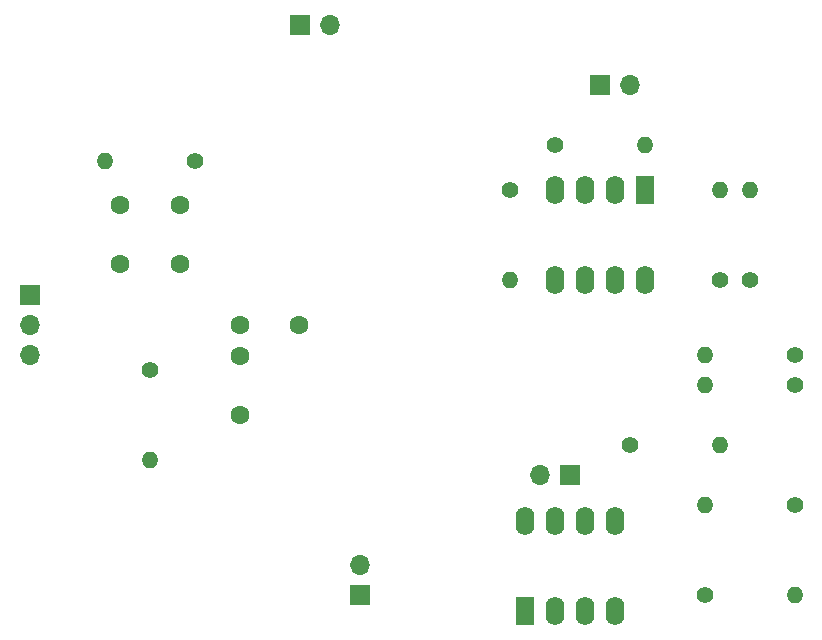
<source format=gbr>
%TF.GenerationSoftware,KiCad,Pcbnew,7.0.8*%
%TF.CreationDate,2023-11-27T18:24:43-03:00*%
%TF.ProjectId,design,64657369-676e-42e6-9b69-6361645f7063,rev?*%
%TF.SameCoordinates,Original*%
%TF.FileFunction,Copper,L1,Top*%
%TF.FilePolarity,Positive*%
%FSLAX46Y46*%
G04 Gerber Fmt 4.6, Leading zero omitted, Abs format (unit mm)*
G04 Created by KiCad (PCBNEW 7.0.8) date 2023-11-27 18:24:43*
%MOMM*%
%LPD*%
G01*
G04 APERTURE LIST*
%TA.AperFunction,ComponentPad*%
%ADD10R,1.700000X1.700000*%
%TD*%
%TA.AperFunction,ComponentPad*%
%ADD11O,1.700000X1.700000*%
%TD*%
%TA.AperFunction,ComponentPad*%
%ADD12R,1.600000X2.400000*%
%TD*%
%TA.AperFunction,ComponentPad*%
%ADD13O,1.600000X2.400000*%
%TD*%
%TA.AperFunction,ComponentPad*%
%ADD14C,1.600000*%
%TD*%
%TA.AperFunction,ComponentPad*%
%ADD15C,1.400000*%
%TD*%
%TA.AperFunction,ComponentPad*%
%ADD16O,1.400000X1.400000*%
%TD*%
G04 APERTURE END LIST*
D10*
%TO.P,J5,1,Pin_1*%
%TO.N,Earth*%
X132080000Y-58420000D03*
D11*
%TO.P,J5,2,Pin_2*%
%TO.N,-12V*%
X134620000Y-58420000D03*
%TD*%
D10*
%TO.P,J4,1,Pin_1*%
%TO.N,Net-(J4-Pin_1)*%
X154940000Y-96520000D03*
D11*
%TO.P,J4,2,Pin_2*%
%TO.N,Earth*%
X152400000Y-96520000D03*
%TD*%
D12*
%TO.P,U5,1,NULL*%
%TO.N,unconnected-(U5-NULL-Pad1)*%
X151140000Y-107965000D03*
D13*
%TO.P,U5,2,-*%
%TO.N,Net-(U5--)*%
X153680000Y-107965000D03*
%TO.P,U5,3,+*%
%TO.N,Earth*%
X156220000Y-107965000D03*
%TO.P,U5,4,V-*%
%TO.N,-12V*%
X158760000Y-107965000D03*
%TO.P,U5,5,NULL*%
%TO.N,unconnected-(U5-NULL-Pad5)*%
X158760000Y-100345000D03*
%TO.P,U5,6*%
%TO.N,Net-(J3-Pin_1)*%
X156220000Y-100345000D03*
%TO.P,U5,7,V+*%
%TO.N,+12V*%
X153680000Y-100345000D03*
%TO.P,U5,8,NC*%
%TO.N,unconnected-(U5-NC-Pad8)*%
X151140000Y-100345000D03*
%TD*%
D12*
%TO.P,U4,1,NULL*%
%TO.N,unconnected-(U4-NULL-Pad1)*%
X161280000Y-72375000D03*
D13*
%TO.P,U4,2,-*%
%TO.N,Net-(U4--)*%
X158740000Y-72375000D03*
%TO.P,U4,3,+*%
%TO.N,load*%
X156200000Y-72375000D03*
%TO.P,U4,4,V-*%
%TO.N,-12V*%
X153660000Y-72375000D03*
%TO.P,U4,5,NULL*%
%TO.N,unconnected-(U4-NULL-Pad5)*%
X153660000Y-79995000D03*
%TO.P,U4,6*%
%TO.N,Net-(R3-Pad2)*%
X156200000Y-79995000D03*
%TO.P,U4,7,V+*%
%TO.N,+12V*%
X158740000Y-79995000D03*
%TO.P,U4,8,NC*%
%TO.N,unconnected-(U4-NC-Pad8)*%
X161280000Y-79995000D03*
%TD*%
D14*
%TO.P,C3,1*%
%TO.N,Net-(U1-VI)*%
X116840000Y-73660000D03*
%TO.P,C3,2*%
%TO.N,Earth*%
X116840000Y-78660000D03*
%TD*%
D15*
%TO.P,R8,1*%
%TO.N,Net-(J4-Pin_1)*%
X160020000Y-93980000D03*
D16*
%TO.P,R8,2*%
%TO.N,Net-(R7-Pad1)*%
X167640000Y-93980000D03*
%TD*%
D14*
%TO.P,C4,1*%
%TO.N,+12V*%
X132000000Y-83820000D03*
%TO.P,C4,2*%
%TO.N,Earth*%
X127000000Y-83820000D03*
%TD*%
D15*
%TO.P,R11,1*%
%TO.N,Net-(J3-Pin_1)*%
X166370000Y-106680000D03*
D16*
%TO.P,R11,2*%
%TO.N,Net-(U5--)*%
X173990000Y-106680000D03*
%TD*%
D10*
%TO.P,J2,1,Pin_1*%
%TO.N,Earth*%
X157480000Y-63500000D03*
D11*
%TO.P,J2,2,Pin_2*%
%TO.N,Net-(J2-Pin_2)*%
X160020000Y-63500000D03*
%TD*%
D15*
%TO.P,R6,1*%
%TO.N,load*%
X153670000Y-68580000D03*
D16*
%TO.P,R6,2*%
%TO.N,Net-(J2-Pin_2)*%
X161290000Y-68580000D03*
%TD*%
D14*
%TO.P,C2,1*%
%TO.N,Net-(U2-IN)*%
X127000000Y-91440000D03*
%TO.P,C2,2*%
%TO.N,Earth*%
X127000000Y-86440000D03*
%TD*%
D10*
%TO.P,J3,1,Pin_1*%
%TO.N,Net-(J3-Pin_1)*%
X137160000Y-106680000D03*
D11*
%TO.P,J3,2,Pin_2*%
%TO.N,Earth*%
X137160000Y-104140000D03*
%TD*%
D14*
%TO.P,C1,1*%
%TO.N,-12V*%
X121920000Y-73660000D03*
%TO.P,C1,2*%
%TO.N,Earth*%
X121920000Y-78660000D03*
%TD*%
D15*
%TO.P,R10,1*%
%TO.N,Net-(U5--)*%
X173990000Y-99060000D03*
D16*
%TO.P,R10,2*%
%TO.N,Net-(J4-Pin_1)*%
X166370000Y-99060000D03*
%TD*%
D15*
%TO.P,R5,1*%
%TO.N,Earth*%
X170180000Y-80010000D03*
D16*
%TO.P,R5,2*%
%TO.N,Net-(U4--)*%
X170180000Y-72390000D03*
%TD*%
D15*
%TO.P,R9,1*%
%TO.N,Net-(R7-Pad1)*%
X173990000Y-88900000D03*
D16*
%TO.P,R9,2*%
%TO.N,Earth*%
X166370000Y-88900000D03*
%TD*%
D15*
%TO.P,R7,1*%
%TO.N,Net-(R7-Pad1)*%
X173990000Y-86360000D03*
D16*
%TO.P,R7,2*%
%TO.N,load*%
X166370000Y-86360000D03*
%TD*%
D15*
%TO.P,R2,1*%
%TO.N,Net-(J1-Pin_3)*%
X119380000Y-87630000D03*
D16*
%TO.P,R2,2*%
%TO.N,Net-(U2-IN)*%
X119380000Y-95250000D03*
%TD*%
D10*
%TO.P,J1,1,Pin_1*%
%TO.N,Net-(J1-Pin_1)*%
X109220000Y-81280000D03*
D11*
%TO.P,J1,2,Pin_2*%
%TO.N,Earth*%
X109220000Y-83820000D03*
%TO.P,J1,3,Pin_3*%
%TO.N,Net-(J1-Pin_3)*%
X109220000Y-86360000D03*
%TD*%
D16*
%TO.P,R3,2*%
%TO.N,Net-(R3-Pad2)*%
X149860000Y-80010000D03*
D15*
%TO.P,R3,1*%
%TO.N,load*%
X149860000Y-72390000D03*
%TD*%
%TO.P,R1,1*%
%TO.N,Net-(U1-VI)*%
X123190000Y-69900000D03*
D16*
%TO.P,R1,2*%
%TO.N,Net-(J1-Pin_1)*%
X115570000Y-69900000D03*
%TD*%
D15*
%TO.P,R4,1*%
%TO.N,Net-(U4--)*%
X167640000Y-80010000D03*
D16*
%TO.P,R4,2*%
%TO.N,Net-(R3-Pad2)*%
X167640000Y-72390000D03*
%TD*%
M02*

</source>
